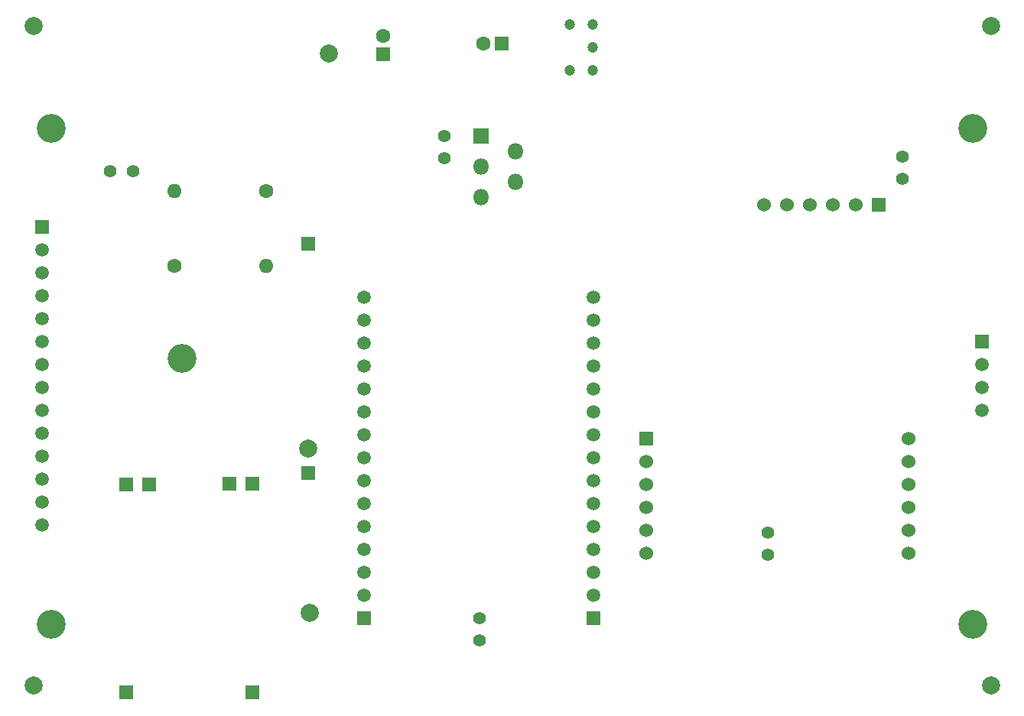
<source format=gbr>
%TF.GenerationSoftware,KiCad,Pcbnew,8.0.8*%
%TF.CreationDate,2025-04-04T13:43:43-04:00*%
%TF.ProjectId,bike_computer,62696b65-5f63-46f6-9d70-757465722e6b,0*%
%TF.SameCoordinates,Original*%
%TF.FileFunction,Soldermask,Top*%
%TF.FilePolarity,Negative*%
%FSLAX46Y46*%
G04 Gerber Fmt 4.6, Leading zero omitted, Abs format (unit mm)*
G04 Created by KiCad (PCBNEW 8.0.8) date 2025-04-04 13:43:43*
%MOMM*%
%LPD*%
G01*
G04 APERTURE LIST*
%ADD10C,1.400000*%
%ADD11C,2.000000*%
%ADD12R,1.800000X1.800000*%
%ADD13O,1.800000X1.800000*%
%ADD14C,3.200000*%
%ADD15R,1.500000X1.500000*%
%ADD16C,1.500000*%
%ADD17C,1.600000*%
%ADD18O,1.600000X1.600000*%
%ADD19R,1.524000X1.524000*%
%ADD20R,1.600000X1.600000*%
%ADD21C,1.200000*%
%ADD22C,1.524000*%
G04 APERTURE END LIST*
D10*
%TO.C,C5*%
X81360000Y-64370000D03*
X83860000Y-64370000D03*
%TD*%
%TO.C,C2*%
X118320000Y-60450000D03*
X118320000Y-62950000D03*
%TD*%
%TO.C,C4*%
X154170000Y-106870000D03*
X154170000Y-104370000D03*
%TD*%
D11*
%TO.C,3.3V*%
X105540000Y-51350000D03*
%TD*%
D12*
%TO.C,U3*%
X122422000Y-60444000D03*
D13*
X126222000Y-62144000D03*
X122422000Y-63844000D03*
X126222000Y-65544000D03*
X122422000Y-67244000D03*
%TD*%
D14*
%TO.C,U4*%
X74834500Y-59621966D03*
X74834500Y-114521966D03*
X176874500Y-59621966D03*
X176874500Y-114521966D03*
D15*
X73834500Y-70562000D03*
D16*
X73834500Y-73102000D03*
X73834500Y-75642000D03*
X73834500Y-78182000D03*
X73834500Y-80722000D03*
X73834500Y-83262000D03*
X73834500Y-85802000D03*
X73834500Y-88342000D03*
X73834500Y-90882000D03*
X73834500Y-93422000D03*
X73834500Y-95962000D03*
X73834500Y-98502000D03*
X73834500Y-101042000D03*
X73834500Y-103582000D03*
D15*
X177874500Y-83262000D03*
D16*
X177874500Y-85802000D03*
X177874500Y-88342000D03*
X177874500Y-90882000D03*
%TD*%
D11*
%TO.C,REF\u002A\u002A*%
X178858000Y-121300000D03*
%TD*%
D10*
%TO.C,C6*%
X122250000Y-116370000D03*
X122250000Y-113870000D03*
%TD*%
D11*
%TO.C,REF\u002A\u002A*%
X72857000Y-121300000D03*
%TD*%
%TO.C,REF\u002A\u002A*%
X178858000Y-48299000D03*
%TD*%
%TO.C,REF\u002A\u002A*%
X72857000Y-48299000D03*
%TD*%
D17*
%TO.C,R1*%
X88490000Y-74840000D03*
D18*
X98650000Y-74840000D03*
%TD*%
D19*
%TO.C,U5*%
X83125000Y-122071000D03*
X97125000Y-122071000D03*
X85665000Y-99071000D03*
X94585000Y-98961000D03*
X83125000Y-99071000D03*
X97125000Y-98961000D03*
%TD*%
D17*
%TO.C,R2*%
X98600000Y-66550000D03*
D18*
X88440000Y-66550000D03*
%TD*%
D10*
%TO.C,C1*%
X169100000Y-62710000D03*
X169100000Y-65210000D03*
%TD*%
D11*
%TO.C,GND*%
X103475000Y-113277000D03*
%TD*%
D20*
%TO.C,C3*%
X111580000Y-51365113D03*
D17*
X111580000Y-49365113D03*
%TD*%
D14*
%TO.C,BT1*%
X89347000Y-85061000D03*
D19*
X103317000Y-72361000D03*
X103317000Y-97761000D03*
%TD*%
D21*
%TO.C,SW1*%
X132210000Y-48130000D03*
X132210000Y-53210000D03*
X134750000Y-53210000D03*
X134750000Y-50670000D03*
X134750000Y-48130000D03*
%TD*%
D15*
%TO.C,U7*%
X109490000Y-113866000D03*
D16*
X109490000Y-111326000D03*
X109490000Y-108786000D03*
X109490000Y-106246000D03*
X109490000Y-103706000D03*
X109490000Y-101166000D03*
X109490000Y-98626000D03*
X109490000Y-96086000D03*
X109490000Y-93546000D03*
X109490000Y-91006000D03*
X109490000Y-88466000D03*
X109490000Y-85926000D03*
X109490000Y-83386000D03*
X109490000Y-80846000D03*
X109490000Y-78306000D03*
X134890000Y-78306000D03*
X134890000Y-80846000D03*
X134890000Y-83386000D03*
X134890000Y-85926000D03*
X134890000Y-88466000D03*
X134890000Y-91006000D03*
X134890000Y-93546000D03*
X134890000Y-96086000D03*
X134890000Y-98626000D03*
X134890000Y-101166000D03*
X134890000Y-103706000D03*
X134890000Y-106246000D03*
X134890000Y-108786000D03*
X134890000Y-111326000D03*
D15*
X134890000Y-113866000D03*
%TD*%
%TO.C,U6*%
X140740000Y-94030000D03*
D22*
X140740000Y-96570000D03*
X140740000Y-99110000D03*
X140740000Y-101650000D03*
X140740000Y-104190000D03*
X140740000Y-106730000D03*
X169740000Y-106730000D03*
X169740000Y-104190000D03*
X169740000Y-101650000D03*
X169740000Y-99110000D03*
X169740000Y-96570000D03*
X169740000Y-94030000D03*
%TD*%
D15*
%TO.C,U2*%
X166419000Y-68085000D03*
D22*
X163879000Y-68085000D03*
X161339000Y-68085000D03*
X158799000Y-68085000D03*
X156259000Y-68085000D03*
X153719000Y-68085000D03*
%TD*%
D11*
%TO.C,VBATT*%
X103300000Y-95120000D03*
%TD*%
D20*
%TO.C,C7*%
X124690000Y-50210000D03*
D17*
X122690000Y-50210000D03*
%TD*%
M02*

</source>
